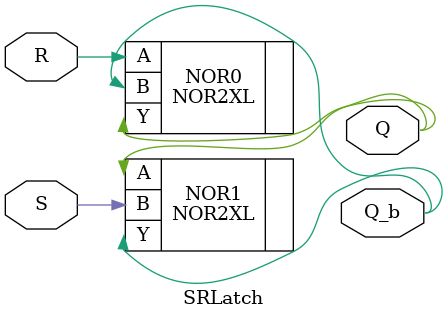
<source format=v>
module SRLatch (
    input  S,
    input  R,
    output Q,
    output Q_b
);

    // High-Active Circuit
    NOR2XL NOR0 (.A(R),     .B(Q_b),    .Y(Q)  );
    NOR2XL NOR1 (.A(Q),     .B(S),      .Y(Q_b));
endmodule
</source>
